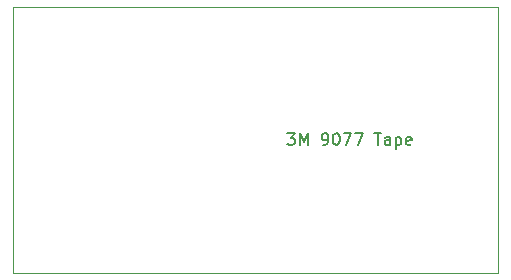
<source format=gbr>
%TF.GenerationSoftware,KiCad,Pcbnew,9.0.2*%
%TF.CreationDate,2025-05-21T10:17:49+02:00*%
%TF.ProjectId,Card_Adapter_Flex_AddOn_2Layers.kicad_pro,43617264-5f41-4646-9170-7465725f466c,0*%
%TF.SameCoordinates,Original*%
%TF.FileFunction,Other,User*%
%FSLAX46Y46*%
G04 Gerber Fmt 4.6, Leading zero omitted, Abs format (unit mm)*
G04 Created by KiCad (PCBNEW 9.0.2) date 2025-05-21 10:17:49*
%MOMM*%
%LPD*%
G01*
G04 APERTURE LIST*
%ADD10C,0.100000*%
%ADD11C,0.150000*%
G04 APERTURE END LIST*
D10*
X72860000Y-52450000D02*
X113940000Y-52450000D01*
X113940000Y-74970000D01*
X72860000Y-74970000D01*
X72860000Y-52450000D01*
D11*
X96101541Y-63149819D02*
X96720588Y-63149819D01*
X96720588Y-63149819D02*
X96387255Y-63530771D01*
X96387255Y-63530771D02*
X96530112Y-63530771D01*
X96530112Y-63530771D02*
X96625350Y-63578390D01*
X96625350Y-63578390D02*
X96672969Y-63626009D01*
X96672969Y-63626009D02*
X96720588Y-63721247D01*
X96720588Y-63721247D02*
X96720588Y-63959342D01*
X96720588Y-63959342D02*
X96672969Y-64054580D01*
X96672969Y-64054580D02*
X96625350Y-64102200D01*
X96625350Y-64102200D02*
X96530112Y-64149819D01*
X96530112Y-64149819D02*
X96244398Y-64149819D01*
X96244398Y-64149819D02*
X96149160Y-64102200D01*
X96149160Y-64102200D02*
X96101541Y-64054580D01*
X97149160Y-64149819D02*
X97149160Y-63149819D01*
X97149160Y-63149819D02*
X97482493Y-63864104D01*
X97482493Y-63864104D02*
X97815826Y-63149819D01*
X97815826Y-63149819D02*
X97815826Y-64149819D01*
X99101541Y-64149819D02*
X99292017Y-64149819D01*
X99292017Y-64149819D02*
X99387255Y-64102200D01*
X99387255Y-64102200D02*
X99434874Y-64054580D01*
X99434874Y-64054580D02*
X99530112Y-63911723D01*
X99530112Y-63911723D02*
X99577731Y-63721247D01*
X99577731Y-63721247D02*
X99577731Y-63340295D01*
X99577731Y-63340295D02*
X99530112Y-63245057D01*
X99530112Y-63245057D02*
X99482493Y-63197438D01*
X99482493Y-63197438D02*
X99387255Y-63149819D01*
X99387255Y-63149819D02*
X99196779Y-63149819D01*
X99196779Y-63149819D02*
X99101541Y-63197438D01*
X99101541Y-63197438D02*
X99053922Y-63245057D01*
X99053922Y-63245057D02*
X99006303Y-63340295D01*
X99006303Y-63340295D02*
X99006303Y-63578390D01*
X99006303Y-63578390D02*
X99053922Y-63673628D01*
X99053922Y-63673628D02*
X99101541Y-63721247D01*
X99101541Y-63721247D02*
X99196779Y-63768866D01*
X99196779Y-63768866D02*
X99387255Y-63768866D01*
X99387255Y-63768866D02*
X99482493Y-63721247D01*
X99482493Y-63721247D02*
X99530112Y-63673628D01*
X99530112Y-63673628D02*
X99577731Y-63578390D01*
X100196779Y-63149819D02*
X100292017Y-63149819D01*
X100292017Y-63149819D02*
X100387255Y-63197438D01*
X100387255Y-63197438D02*
X100434874Y-63245057D01*
X100434874Y-63245057D02*
X100482493Y-63340295D01*
X100482493Y-63340295D02*
X100530112Y-63530771D01*
X100530112Y-63530771D02*
X100530112Y-63768866D01*
X100530112Y-63768866D02*
X100482493Y-63959342D01*
X100482493Y-63959342D02*
X100434874Y-64054580D01*
X100434874Y-64054580D02*
X100387255Y-64102200D01*
X100387255Y-64102200D02*
X100292017Y-64149819D01*
X100292017Y-64149819D02*
X100196779Y-64149819D01*
X100196779Y-64149819D02*
X100101541Y-64102200D01*
X100101541Y-64102200D02*
X100053922Y-64054580D01*
X100053922Y-64054580D02*
X100006303Y-63959342D01*
X100006303Y-63959342D02*
X99958684Y-63768866D01*
X99958684Y-63768866D02*
X99958684Y-63530771D01*
X99958684Y-63530771D02*
X100006303Y-63340295D01*
X100006303Y-63340295D02*
X100053922Y-63245057D01*
X100053922Y-63245057D02*
X100101541Y-63197438D01*
X100101541Y-63197438D02*
X100196779Y-63149819D01*
X100863446Y-63149819D02*
X101530112Y-63149819D01*
X101530112Y-63149819D02*
X101101541Y-64149819D01*
X101815827Y-63149819D02*
X102482493Y-63149819D01*
X102482493Y-63149819D02*
X102053922Y-64149819D01*
X103482494Y-63149819D02*
X104053922Y-63149819D01*
X103768208Y-64149819D02*
X103768208Y-63149819D01*
X104815827Y-64149819D02*
X104815827Y-63626009D01*
X104815827Y-63626009D02*
X104768208Y-63530771D01*
X104768208Y-63530771D02*
X104672970Y-63483152D01*
X104672970Y-63483152D02*
X104482494Y-63483152D01*
X104482494Y-63483152D02*
X104387256Y-63530771D01*
X104815827Y-64102200D02*
X104720589Y-64149819D01*
X104720589Y-64149819D02*
X104482494Y-64149819D01*
X104482494Y-64149819D02*
X104387256Y-64102200D01*
X104387256Y-64102200D02*
X104339637Y-64006961D01*
X104339637Y-64006961D02*
X104339637Y-63911723D01*
X104339637Y-63911723D02*
X104387256Y-63816485D01*
X104387256Y-63816485D02*
X104482494Y-63768866D01*
X104482494Y-63768866D02*
X104720589Y-63768866D01*
X104720589Y-63768866D02*
X104815827Y-63721247D01*
X105292018Y-63483152D02*
X105292018Y-64483152D01*
X105292018Y-63530771D02*
X105387256Y-63483152D01*
X105387256Y-63483152D02*
X105577732Y-63483152D01*
X105577732Y-63483152D02*
X105672970Y-63530771D01*
X105672970Y-63530771D02*
X105720589Y-63578390D01*
X105720589Y-63578390D02*
X105768208Y-63673628D01*
X105768208Y-63673628D02*
X105768208Y-63959342D01*
X105768208Y-63959342D02*
X105720589Y-64054580D01*
X105720589Y-64054580D02*
X105672970Y-64102200D01*
X105672970Y-64102200D02*
X105577732Y-64149819D01*
X105577732Y-64149819D02*
X105387256Y-64149819D01*
X105387256Y-64149819D02*
X105292018Y-64102200D01*
X106577732Y-64102200D02*
X106482494Y-64149819D01*
X106482494Y-64149819D02*
X106292018Y-64149819D01*
X106292018Y-64149819D02*
X106196780Y-64102200D01*
X106196780Y-64102200D02*
X106149161Y-64006961D01*
X106149161Y-64006961D02*
X106149161Y-63626009D01*
X106149161Y-63626009D02*
X106196780Y-63530771D01*
X106196780Y-63530771D02*
X106292018Y-63483152D01*
X106292018Y-63483152D02*
X106482494Y-63483152D01*
X106482494Y-63483152D02*
X106577732Y-63530771D01*
X106577732Y-63530771D02*
X106625351Y-63626009D01*
X106625351Y-63626009D02*
X106625351Y-63721247D01*
X106625351Y-63721247D02*
X106149161Y-63816485D01*
M02*

</source>
